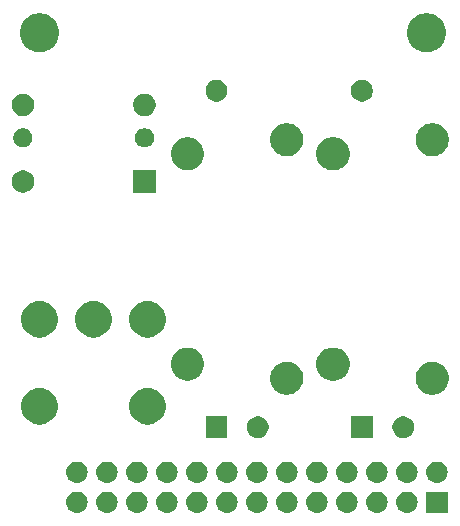
<source format=gbr>
G04 #@! TF.GenerationSoftware,KiCad,Pcbnew,(5.1.4)-1*
G04 #@! TF.CreationDate,2019-12-12T19:48:25+09:00*
G04 #@! TF.ProjectId,microcar_head,6d696372-6f63-4617-925f-686561642e6b,rev?*
G04 #@! TF.SameCoordinates,Original*
G04 #@! TF.FileFunction,Soldermask,Bot*
G04 #@! TF.FilePolarity,Negative*
%FSLAX46Y46*%
G04 Gerber Fmt 4.6, Leading zero omitted, Abs format (unit mm)*
G04 Created by KiCad (PCBNEW (5.1.4)-1) date 2019-12-12 19:48:25*
%MOMM*%
%LPD*%
G04 APERTURE LIST*
%ADD10C,0.100000*%
G04 APERTURE END LIST*
D10*
G36*
X70116000Y-64401000D02*
G01*
X68314000Y-64401000D01*
X68314000Y-62599000D01*
X70116000Y-62599000D01*
X70116000Y-64401000D01*
X70116000Y-64401000D01*
G37*
G36*
X61705442Y-62605518D02*
G01*
X61771627Y-62612037D01*
X61941466Y-62663557D01*
X62097991Y-62747222D01*
X62133729Y-62776552D01*
X62235186Y-62859814D01*
X62318448Y-62961271D01*
X62347778Y-62997009D01*
X62431443Y-63153534D01*
X62482963Y-63323373D01*
X62500359Y-63500000D01*
X62482963Y-63676627D01*
X62431443Y-63846466D01*
X62347778Y-64002991D01*
X62318448Y-64038729D01*
X62235186Y-64140186D01*
X62133729Y-64223448D01*
X62097991Y-64252778D01*
X61941466Y-64336443D01*
X61771627Y-64387963D01*
X61705442Y-64394482D01*
X61639260Y-64401000D01*
X61550740Y-64401000D01*
X61484558Y-64394482D01*
X61418373Y-64387963D01*
X61248534Y-64336443D01*
X61092009Y-64252778D01*
X61056271Y-64223448D01*
X60954814Y-64140186D01*
X60871552Y-64038729D01*
X60842222Y-64002991D01*
X60758557Y-63846466D01*
X60707037Y-63676627D01*
X60689641Y-63500000D01*
X60707037Y-63323373D01*
X60758557Y-63153534D01*
X60842222Y-62997009D01*
X60871552Y-62961271D01*
X60954814Y-62859814D01*
X61056271Y-62776552D01*
X61092009Y-62747222D01*
X61248534Y-62663557D01*
X61418373Y-62612037D01*
X61484558Y-62605518D01*
X61550740Y-62599000D01*
X61639260Y-62599000D01*
X61705442Y-62605518D01*
X61705442Y-62605518D01*
G37*
G36*
X66785442Y-62605518D02*
G01*
X66851627Y-62612037D01*
X67021466Y-62663557D01*
X67177991Y-62747222D01*
X67213729Y-62776552D01*
X67315186Y-62859814D01*
X67398448Y-62961271D01*
X67427778Y-62997009D01*
X67511443Y-63153534D01*
X67562963Y-63323373D01*
X67580359Y-63500000D01*
X67562963Y-63676627D01*
X67511443Y-63846466D01*
X67427778Y-64002991D01*
X67398448Y-64038729D01*
X67315186Y-64140186D01*
X67213729Y-64223448D01*
X67177991Y-64252778D01*
X67021466Y-64336443D01*
X66851627Y-64387963D01*
X66785442Y-64394482D01*
X66719260Y-64401000D01*
X66630740Y-64401000D01*
X66564558Y-64394482D01*
X66498373Y-64387963D01*
X66328534Y-64336443D01*
X66172009Y-64252778D01*
X66136271Y-64223448D01*
X66034814Y-64140186D01*
X65951552Y-64038729D01*
X65922222Y-64002991D01*
X65838557Y-63846466D01*
X65787037Y-63676627D01*
X65769641Y-63500000D01*
X65787037Y-63323373D01*
X65838557Y-63153534D01*
X65922222Y-62997009D01*
X65951552Y-62961271D01*
X66034814Y-62859814D01*
X66136271Y-62776552D01*
X66172009Y-62747222D01*
X66328534Y-62663557D01*
X66498373Y-62612037D01*
X66564558Y-62605518D01*
X66630740Y-62599000D01*
X66719260Y-62599000D01*
X66785442Y-62605518D01*
X66785442Y-62605518D01*
G37*
G36*
X64245442Y-62605518D02*
G01*
X64311627Y-62612037D01*
X64481466Y-62663557D01*
X64637991Y-62747222D01*
X64673729Y-62776552D01*
X64775186Y-62859814D01*
X64858448Y-62961271D01*
X64887778Y-62997009D01*
X64971443Y-63153534D01*
X65022963Y-63323373D01*
X65040359Y-63500000D01*
X65022963Y-63676627D01*
X64971443Y-63846466D01*
X64887778Y-64002991D01*
X64858448Y-64038729D01*
X64775186Y-64140186D01*
X64673729Y-64223448D01*
X64637991Y-64252778D01*
X64481466Y-64336443D01*
X64311627Y-64387963D01*
X64245442Y-64394482D01*
X64179260Y-64401000D01*
X64090740Y-64401000D01*
X64024558Y-64394482D01*
X63958373Y-64387963D01*
X63788534Y-64336443D01*
X63632009Y-64252778D01*
X63596271Y-64223448D01*
X63494814Y-64140186D01*
X63411552Y-64038729D01*
X63382222Y-64002991D01*
X63298557Y-63846466D01*
X63247037Y-63676627D01*
X63229641Y-63500000D01*
X63247037Y-63323373D01*
X63298557Y-63153534D01*
X63382222Y-62997009D01*
X63411552Y-62961271D01*
X63494814Y-62859814D01*
X63596271Y-62776552D01*
X63632009Y-62747222D01*
X63788534Y-62663557D01*
X63958373Y-62612037D01*
X64024558Y-62605518D01*
X64090740Y-62599000D01*
X64179260Y-62599000D01*
X64245442Y-62605518D01*
X64245442Y-62605518D01*
G37*
G36*
X59165442Y-62605518D02*
G01*
X59231627Y-62612037D01*
X59401466Y-62663557D01*
X59557991Y-62747222D01*
X59593729Y-62776552D01*
X59695186Y-62859814D01*
X59778448Y-62961271D01*
X59807778Y-62997009D01*
X59891443Y-63153534D01*
X59942963Y-63323373D01*
X59960359Y-63500000D01*
X59942963Y-63676627D01*
X59891443Y-63846466D01*
X59807778Y-64002991D01*
X59778448Y-64038729D01*
X59695186Y-64140186D01*
X59593729Y-64223448D01*
X59557991Y-64252778D01*
X59401466Y-64336443D01*
X59231627Y-64387963D01*
X59165442Y-64394482D01*
X59099260Y-64401000D01*
X59010740Y-64401000D01*
X58944558Y-64394482D01*
X58878373Y-64387963D01*
X58708534Y-64336443D01*
X58552009Y-64252778D01*
X58516271Y-64223448D01*
X58414814Y-64140186D01*
X58331552Y-64038729D01*
X58302222Y-64002991D01*
X58218557Y-63846466D01*
X58167037Y-63676627D01*
X58149641Y-63500000D01*
X58167037Y-63323373D01*
X58218557Y-63153534D01*
X58302222Y-62997009D01*
X58331552Y-62961271D01*
X58414814Y-62859814D01*
X58516271Y-62776552D01*
X58552009Y-62747222D01*
X58708534Y-62663557D01*
X58878373Y-62612037D01*
X58944558Y-62605518D01*
X59010740Y-62599000D01*
X59099260Y-62599000D01*
X59165442Y-62605518D01*
X59165442Y-62605518D01*
G37*
G36*
X56625442Y-62605518D02*
G01*
X56691627Y-62612037D01*
X56861466Y-62663557D01*
X57017991Y-62747222D01*
X57053729Y-62776552D01*
X57155186Y-62859814D01*
X57238448Y-62961271D01*
X57267778Y-62997009D01*
X57351443Y-63153534D01*
X57402963Y-63323373D01*
X57420359Y-63500000D01*
X57402963Y-63676627D01*
X57351443Y-63846466D01*
X57267778Y-64002991D01*
X57238448Y-64038729D01*
X57155186Y-64140186D01*
X57053729Y-64223448D01*
X57017991Y-64252778D01*
X56861466Y-64336443D01*
X56691627Y-64387963D01*
X56625442Y-64394482D01*
X56559260Y-64401000D01*
X56470740Y-64401000D01*
X56404558Y-64394482D01*
X56338373Y-64387963D01*
X56168534Y-64336443D01*
X56012009Y-64252778D01*
X55976271Y-64223448D01*
X55874814Y-64140186D01*
X55791552Y-64038729D01*
X55762222Y-64002991D01*
X55678557Y-63846466D01*
X55627037Y-63676627D01*
X55609641Y-63500000D01*
X55627037Y-63323373D01*
X55678557Y-63153534D01*
X55762222Y-62997009D01*
X55791552Y-62961271D01*
X55874814Y-62859814D01*
X55976271Y-62776552D01*
X56012009Y-62747222D01*
X56168534Y-62663557D01*
X56338373Y-62612037D01*
X56404558Y-62605518D01*
X56470740Y-62599000D01*
X56559260Y-62599000D01*
X56625442Y-62605518D01*
X56625442Y-62605518D01*
G37*
G36*
X54085442Y-62605518D02*
G01*
X54151627Y-62612037D01*
X54321466Y-62663557D01*
X54477991Y-62747222D01*
X54513729Y-62776552D01*
X54615186Y-62859814D01*
X54698448Y-62961271D01*
X54727778Y-62997009D01*
X54811443Y-63153534D01*
X54862963Y-63323373D01*
X54880359Y-63500000D01*
X54862963Y-63676627D01*
X54811443Y-63846466D01*
X54727778Y-64002991D01*
X54698448Y-64038729D01*
X54615186Y-64140186D01*
X54513729Y-64223448D01*
X54477991Y-64252778D01*
X54321466Y-64336443D01*
X54151627Y-64387963D01*
X54085442Y-64394482D01*
X54019260Y-64401000D01*
X53930740Y-64401000D01*
X53864558Y-64394482D01*
X53798373Y-64387963D01*
X53628534Y-64336443D01*
X53472009Y-64252778D01*
X53436271Y-64223448D01*
X53334814Y-64140186D01*
X53251552Y-64038729D01*
X53222222Y-64002991D01*
X53138557Y-63846466D01*
X53087037Y-63676627D01*
X53069641Y-63500000D01*
X53087037Y-63323373D01*
X53138557Y-63153534D01*
X53222222Y-62997009D01*
X53251552Y-62961271D01*
X53334814Y-62859814D01*
X53436271Y-62776552D01*
X53472009Y-62747222D01*
X53628534Y-62663557D01*
X53798373Y-62612037D01*
X53864558Y-62605518D01*
X53930740Y-62599000D01*
X54019260Y-62599000D01*
X54085442Y-62605518D01*
X54085442Y-62605518D01*
G37*
G36*
X51545442Y-62605518D02*
G01*
X51611627Y-62612037D01*
X51781466Y-62663557D01*
X51937991Y-62747222D01*
X51973729Y-62776552D01*
X52075186Y-62859814D01*
X52158448Y-62961271D01*
X52187778Y-62997009D01*
X52271443Y-63153534D01*
X52322963Y-63323373D01*
X52340359Y-63500000D01*
X52322963Y-63676627D01*
X52271443Y-63846466D01*
X52187778Y-64002991D01*
X52158448Y-64038729D01*
X52075186Y-64140186D01*
X51973729Y-64223448D01*
X51937991Y-64252778D01*
X51781466Y-64336443D01*
X51611627Y-64387963D01*
X51545442Y-64394482D01*
X51479260Y-64401000D01*
X51390740Y-64401000D01*
X51324558Y-64394482D01*
X51258373Y-64387963D01*
X51088534Y-64336443D01*
X50932009Y-64252778D01*
X50896271Y-64223448D01*
X50794814Y-64140186D01*
X50711552Y-64038729D01*
X50682222Y-64002991D01*
X50598557Y-63846466D01*
X50547037Y-63676627D01*
X50529641Y-63500000D01*
X50547037Y-63323373D01*
X50598557Y-63153534D01*
X50682222Y-62997009D01*
X50711552Y-62961271D01*
X50794814Y-62859814D01*
X50896271Y-62776552D01*
X50932009Y-62747222D01*
X51088534Y-62663557D01*
X51258373Y-62612037D01*
X51324558Y-62605518D01*
X51390740Y-62599000D01*
X51479260Y-62599000D01*
X51545442Y-62605518D01*
X51545442Y-62605518D01*
G37*
G36*
X49005442Y-62605518D02*
G01*
X49071627Y-62612037D01*
X49241466Y-62663557D01*
X49397991Y-62747222D01*
X49433729Y-62776552D01*
X49535186Y-62859814D01*
X49618448Y-62961271D01*
X49647778Y-62997009D01*
X49731443Y-63153534D01*
X49782963Y-63323373D01*
X49800359Y-63500000D01*
X49782963Y-63676627D01*
X49731443Y-63846466D01*
X49647778Y-64002991D01*
X49618448Y-64038729D01*
X49535186Y-64140186D01*
X49433729Y-64223448D01*
X49397991Y-64252778D01*
X49241466Y-64336443D01*
X49071627Y-64387963D01*
X49005442Y-64394482D01*
X48939260Y-64401000D01*
X48850740Y-64401000D01*
X48784558Y-64394482D01*
X48718373Y-64387963D01*
X48548534Y-64336443D01*
X48392009Y-64252778D01*
X48356271Y-64223448D01*
X48254814Y-64140186D01*
X48171552Y-64038729D01*
X48142222Y-64002991D01*
X48058557Y-63846466D01*
X48007037Y-63676627D01*
X47989641Y-63500000D01*
X48007037Y-63323373D01*
X48058557Y-63153534D01*
X48142222Y-62997009D01*
X48171552Y-62961271D01*
X48254814Y-62859814D01*
X48356271Y-62776552D01*
X48392009Y-62747222D01*
X48548534Y-62663557D01*
X48718373Y-62612037D01*
X48784558Y-62605518D01*
X48850740Y-62599000D01*
X48939260Y-62599000D01*
X49005442Y-62605518D01*
X49005442Y-62605518D01*
G37*
G36*
X46465442Y-62605518D02*
G01*
X46531627Y-62612037D01*
X46701466Y-62663557D01*
X46857991Y-62747222D01*
X46893729Y-62776552D01*
X46995186Y-62859814D01*
X47078448Y-62961271D01*
X47107778Y-62997009D01*
X47191443Y-63153534D01*
X47242963Y-63323373D01*
X47260359Y-63500000D01*
X47242963Y-63676627D01*
X47191443Y-63846466D01*
X47107778Y-64002991D01*
X47078448Y-64038729D01*
X46995186Y-64140186D01*
X46893729Y-64223448D01*
X46857991Y-64252778D01*
X46701466Y-64336443D01*
X46531627Y-64387963D01*
X46465442Y-64394482D01*
X46399260Y-64401000D01*
X46310740Y-64401000D01*
X46244558Y-64394482D01*
X46178373Y-64387963D01*
X46008534Y-64336443D01*
X45852009Y-64252778D01*
X45816271Y-64223448D01*
X45714814Y-64140186D01*
X45631552Y-64038729D01*
X45602222Y-64002991D01*
X45518557Y-63846466D01*
X45467037Y-63676627D01*
X45449641Y-63500000D01*
X45467037Y-63323373D01*
X45518557Y-63153534D01*
X45602222Y-62997009D01*
X45631552Y-62961271D01*
X45714814Y-62859814D01*
X45816271Y-62776552D01*
X45852009Y-62747222D01*
X46008534Y-62663557D01*
X46178373Y-62612037D01*
X46244558Y-62605518D01*
X46310740Y-62599000D01*
X46399260Y-62599000D01*
X46465442Y-62605518D01*
X46465442Y-62605518D01*
G37*
G36*
X43925442Y-62605518D02*
G01*
X43991627Y-62612037D01*
X44161466Y-62663557D01*
X44317991Y-62747222D01*
X44353729Y-62776552D01*
X44455186Y-62859814D01*
X44538448Y-62961271D01*
X44567778Y-62997009D01*
X44651443Y-63153534D01*
X44702963Y-63323373D01*
X44720359Y-63500000D01*
X44702963Y-63676627D01*
X44651443Y-63846466D01*
X44567778Y-64002991D01*
X44538448Y-64038729D01*
X44455186Y-64140186D01*
X44353729Y-64223448D01*
X44317991Y-64252778D01*
X44161466Y-64336443D01*
X43991627Y-64387963D01*
X43925442Y-64394482D01*
X43859260Y-64401000D01*
X43770740Y-64401000D01*
X43704558Y-64394482D01*
X43638373Y-64387963D01*
X43468534Y-64336443D01*
X43312009Y-64252778D01*
X43276271Y-64223448D01*
X43174814Y-64140186D01*
X43091552Y-64038729D01*
X43062222Y-64002991D01*
X42978557Y-63846466D01*
X42927037Y-63676627D01*
X42909641Y-63500000D01*
X42927037Y-63323373D01*
X42978557Y-63153534D01*
X43062222Y-62997009D01*
X43091552Y-62961271D01*
X43174814Y-62859814D01*
X43276271Y-62776552D01*
X43312009Y-62747222D01*
X43468534Y-62663557D01*
X43638373Y-62612037D01*
X43704558Y-62605518D01*
X43770740Y-62599000D01*
X43859260Y-62599000D01*
X43925442Y-62605518D01*
X43925442Y-62605518D01*
G37*
G36*
X41385442Y-62605518D02*
G01*
X41451627Y-62612037D01*
X41621466Y-62663557D01*
X41777991Y-62747222D01*
X41813729Y-62776552D01*
X41915186Y-62859814D01*
X41998448Y-62961271D01*
X42027778Y-62997009D01*
X42111443Y-63153534D01*
X42162963Y-63323373D01*
X42180359Y-63500000D01*
X42162963Y-63676627D01*
X42111443Y-63846466D01*
X42027778Y-64002991D01*
X41998448Y-64038729D01*
X41915186Y-64140186D01*
X41813729Y-64223448D01*
X41777991Y-64252778D01*
X41621466Y-64336443D01*
X41451627Y-64387963D01*
X41385442Y-64394482D01*
X41319260Y-64401000D01*
X41230740Y-64401000D01*
X41164558Y-64394482D01*
X41098373Y-64387963D01*
X40928534Y-64336443D01*
X40772009Y-64252778D01*
X40736271Y-64223448D01*
X40634814Y-64140186D01*
X40551552Y-64038729D01*
X40522222Y-64002991D01*
X40438557Y-63846466D01*
X40387037Y-63676627D01*
X40369641Y-63500000D01*
X40387037Y-63323373D01*
X40438557Y-63153534D01*
X40522222Y-62997009D01*
X40551552Y-62961271D01*
X40634814Y-62859814D01*
X40736271Y-62776552D01*
X40772009Y-62747222D01*
X40928534Y-62663557D01*
X41098373Y-62612037D01*
X41164558Y-62605518D01*
X41230740Y-62599000D01*
X41319260Y-62599000D01*
X41385442Y-62605518D01*
X41385442Y-62605518D01*
G37*
G36*
X38845442Y-62605518D02*
G01*
X38911627Y-62612037D01*
X39081466Y-62663557D01*
X39237991Y-62747222D01*
X39273729Y-62776552D01*
X39375186Y-62859814D01*
X39458448Y-62961271D01*
X39487778Y-62997009D01*
X39571443Y-63153534D01*
X39622963Y-63323373D01*
X39640359Y-63500000D01*
X39622963Y-63676627D01*
X39571443Y-63846466D01*
X39487778Y-64002991D01*
X39458448Y-64038729D01*
X39375186Y-64140186D01*
X39273729Y-64223448D01*
X39237991Y-64252778D01*
X39081466Y-64336443D01*
X38911627Y-64387963D01*
X38845442Y-64394482D01*
X38779260Y-64401000D01*
X38690740Y-64401000D01*
X38624558Y-64394482D01*
X38558373Y-64387963D01*
X38388534Y-64336443D01*
X38232009Y-64252778D01*
X38196271Y-64223448D01*
X38094814Y-64140186D01*
X38011552Y-64038729D01*
X37982222Y-64002991D01*
X37898557Y-63846466D01*
X37847037Y-63676627D01*
X37829641Y-63500000D01*
X37847037Y-63323373D01*
X37898557Y-63153534D01*
X37982222Y-62997009D01*
X38011552Y-62961271D01*
X38094814Y-62859814D01*
X38196271Y-62776552D01*
X38232009Y-62747222D01*
X38388534Y-62663557D01*
X38558373Y-62612037D01*
X38624558Y-62605518D01*
X38690740Y-62599000D01*
X38779260Y-62599000D01*
X38845442Y-62605518D01*
X38845442Y-62605518D01*
G37*
G36*
X43925442Y-60065518D02*
G01*
X43991627Y-60072037D01*
X44161466Y-60123557D01*
X44317991Y-60207222D01*
X44353729Y-60236552D01*
X44455186Y-60319814D01*
X44538448Y-60421271D01*
X44567778Y-60457009D01*
X44651443Y-60613534D01*
X44702963Y-60783373D01*
X44720359Y-60960000D01*
X44702963Y-61136627D01*
X44651443Y-61306466D01*
X44567778Y-61462991D01*
X44538448Y-61498729D01*
X44455186Y-61600186D01*
X44353729Y-61683448D01*
X44317991Y-61712778D01*
X44161466Y-61796443D01*
X43991627Y-61847963D01*
X43925443Y-61854481D01*
X43859260Y-61861000D01*
X43770740Y-61861000D01*
X43704557Y-61854481D01*
X43638373Y-61847963D01*
X43468534Y-61796443D01*
X43312009Y-61712778D01*
X43276271Y-61683448D01*
X43174814Y-61600186D01*
X43091552Y-61498729D01*
X43062222Y-61462991D01*
X42978557Y-61306466D01*
X42927037Y-61136627D01*
X42909641Y-60960000D01*
X42927037Y-60783373D01*
X42978557Y-60613534D01*
X43062222Y-60457009D01*
X43091552Y-60421271D01*
X43174814Y-60319814D01*
X43276271Y-60236552D01*
X43312009Y-60207222D01*
X43468534Y-60123557D01*
X43638373Y-60072037D01*
X43704558Y-60065518D01*
X43770740Y-60059000D01*
X43859260Y-60059000D01*
X43925442Y-60065518D01*
X43925442Y-60065518D01*
G37*
G36*
X69325442Y-60065518D02*
G01*
X69391627Y-60072037D01*
X69561466Y-60123557D01*
X69717991Y-60207222D01*
X69753729Y-60236552D01*
X69855186Y-60319814D01*
X69938448Y-60421271D01*
X69967778Y-60457009D01*
X70051443Y-60613534D01*
X70102963Y-60783373D01*
X70120359Y-60960000D01*
X70102963Y-61136627D01*
X70051443Y-61306466D01*
X69967778Y-61462991D01*
X69938448Y-61498729D01*
X69855186Y-61600186D01*
X69753729Y-61683448D01*
X69717991Y-61712778D01*
X69561466Y-61796443D01*
X69391627Y-61847963D01*
X69325443Y-61854481D01*
X69259260Y-61861000D01*
X69170740Y-61861000D01*
X69104557Y-61854481D01*
X69038373Y-61847963D01*
X68868534Y-61796443D01*
X68712009Y-61712778D01*
X68676271Y-61683448D01*
X68574814Y-61600186D01*
X68491552Y-61498729D01*
X68462222Y-61462991D01*
X68378557Y-61306466D01*
X68327037Y-61136627D01*
X68309641Y-60960000D01*
X68327037Y-60783373D01*
X68378557Y-60613534D01*
X68462222Y-60457009D01*
X68491552Y-60421271D01*
X68574814Y-60319814D01*
X68676271Y-60236552D01*
X68712009Y-60207222D01*
X68868534Y-60123557D01*
X69038373Y-60072037D01*
X69104558Y-60065518D01*
X69170740Y-60059000D01*
X69259260Y-60059000D01*
X69325442Y-60065518D01*
X69325442Y-60065518D01*
G37*
G36*
X66785442Y-60065518D02*
G01*
X66851627Y-60072037D01*
X67021466Y-60123557D01*
X67177991Y-60207222D01*
X67213729Y-60236552D01*
X67315186Y-60319814D01*
X67398448Y-60421271D01*
X67427778Y-60457009D01*
X67511443Y-60613534D01*
X67562963Y-60783373D01*
X67580359Y-60960000D01*
X67562963Y-61136627D01*
X67511443Y-61306466D01*
X67427778Y-61462991D01*
X67398448Y-61498729D01*
X67315186Y-61600186D01*
X67213729Y-61683448D01*
X67177991Y-61712778D01*
X67021466Y-61796443D01*
X66851627Y-61847963D01*
X66785443Y-61854481D01*
X66719260Y-61861000D01*
X66630740Y-61861000D01*
X66564557Y-61854481D01*
X66498373Y-61847963D01*
X66328534Y-61796443D01*
X66172009Y-61712778D01*
X66136271Y-61683448D01*
X66034814Y-61600186D01*
X65951552Y-61498729D01*
X65922222Y-61462991D01*
X65838557Y-61306466D01*
X65787037Y-61136627D01*
X65769641Y-60960000D01*
X65787037Y-60783373D01*
X65838557Y-60613534D01*
X65922222Y-60457009D01*
X65951552Y-60421271D01*
X66034814Y-60319814D01*
X66136271Y-60236552D01*
X66172009Y-60207222D01*
X66328534Y-60123557D01*
X66498373Y-60072037D01*
X66564558Y-60065518D01*
X66630740Y-60059000D01*
X66719260Y-60059000D01*
X66785442Y-60065518D01*
X66785442Y-60065518D01*
G37*
G36*
X64245442Y-60065518D02*
G01*
X64311627Y-60072037D01*
X64481466Y-60123557D01*
X64637991Y-60207222D01*
X64673729Y-60236552D01*
X64775186Y-60319814D01*
X64858448Y-60421271D01*
X64887778Y-60457009D01*
X64971443Y-60613534D01*
X65022963Y-60783373D01*
X65040359Y-60960000D01*
X65022963Y-61136627D01*
X64971443Y-61306466D01*
X64887778Y-61462991D01*
X64858448Y-61498729D01*
X64775186Y-61600186D01*
X64673729Y-61683448D01*
X64637991Y-61712778D01*
X64481466Y-61796443D01*
X64311627Y-61847963D01*
X64245443Y-61854481D01*
X64179260Y-61861000D01*
X64090740Y-61861000D01*
X64024557Y-61854481D01*
X63958373Y-61847963D01*
X63788534Y-61796443D01*
X63632009Y-61712778D01*
X63596271Y-61683448D01*
X63494814Y-61600186D01*
X63411552Y-61498729D01*
X63382222Y-61462991D01*
X63298557Y-61306466D01*
X63247037Y-61136627D01*
X63229641Y-60960000D01*
X63247037Y-60783373D01*
X63298557Y-60613534D01*
X63382222Y-60457009D01*
X63411552Y-60421271D01*
X63494814Y-60319814D01*
X63596271Y-60236552D01*
X63632009Y-60207222D01*
X63788534Y-60123557D01*
X63958373Y-60072037D01*
X64024558Y-60065518D01*
X64090740Y-60059000D01*
X64179260Y-60059000D01*
X64245442Y-60065518D01*
X64245442Y-60065518D01*
G37*
G36*
X38845442Y-60065518D02*
G01*
X38911627Y-60072037D01*
X39081466Y-60123557D01*
X39237991Y-60207222D01*
X39273729Y-60236552D01*
X39375186Y-60319814D01*
X39458448Y-60421271D01*
X39487778Y-60457009D01*
X39571443Y-60613534D01*
X39622963Y-60783373D01*
X39640359Y-60960000D01*
X39622963Y-61136627D01*
X39571443Y-61306466D01*
X39487778Y-61462991D01*
X39458448Y-61498729D01*
X39375186Y-61600186D01*
X39273729Y-61683448D01*
X39237991Y-61712778D01*
X39081466Y-61796443D01*
X38911627Y-61847963D01*
X38845443Y-61854481D01*
X38779260Y-61861000D01*
X38690740Y-61861000D01*
X38624557Y-61854481D01*
X38558373Y-61847963D01*
X38388534Y-61796443D01*
X38232009Y-61712778D01*
X38196271Y-61683448D01*
X38094814Y-61600186D01*
X38011552Y-61498729D01*
X37982222Y-61462991D01*
X37898557Y-61306466D01*
X37847037Y-61136627D01*
X37829641Y-60960000D01*
X37847037Y-60783373D01*
X37898557Y-60613534D01*
X37982222Y-60457009D01*
X38011552Y-60421271D01*
X38094814Y-60319814D01*
X38196271Y-60236552D01*
X38232009Y-60207222D01*
X38388534Y-60123557D01*
X38558373Y-60072037D01*
X38624558Y-60065518D01*
X38690740Y-60059000D01*
X38779260Y-60059000D01*
X38845442Y-60065518D01*
X38845442Y-60065518D01*
G37*
G36*
X61705442Y-60065518D02*
G01*
X61771627Y-60072037D01*
X61941466Y-60123557D01*
X62097991Y-60207222D01*
X62133729Y-60236552D01*
X62235186Y-60319814D01*
X62318448Y-60421271D01*
X62347778Y-60457009D01*
X62431443Y-60613534D01*
X62482963Y-60783373D01*
X62500359Y-60960000D01*
X62482963Y-61136627D01*
X62431443Y-61306466D01*
X62347778Y-61462991D01*
X62318448Y-61498729D01*
X62235186Y-61600186D01*
X62133729Y-61683448D01*
X62097991Y-61712778D01*
X61941466Y-61796443D01*
X61771627Y-61847963D01*
X61705443Y-61854481D01*
X61639260Y-61861000D01*
X61550740Y-61861000D01*
X61484557Y-61854481D01*
X61418373Y-61847963D01*
X61248534Y-61796443D01*
X61092009Y-61712778D01*
X61056271Y-61683448D01*
X60954814Y-61600186D01*
X60871552Y-61498729D01*
X60842222Y-61462991D01*
X60758557Y-61306466D01*
X60707037Y-61136627D01*
X60689641Y-60960000D01*
X60707037Y-60783373D01*
X60758557Y-60613534D01*
X60842222Y-60457009D01*
X60871552Y-60421271D01*
X60954814Y-60319814D01*
X61056271Y-60236552D01*
X61092009Y-60207222D01*
X61248534Y-60123557D01*
X61418373Y-60072037D01*
X61484558Y-60065518D01*
X61550740Y-60059000D01*
X61639260Y-60059000D01*
X61705442Y-60065518D01*
X61705442Y-60065518D01*
G37*
G36*
X59165442Y-60065518D02*
G01*
X59231627Y-60072037D01*
X59401466Y-60123557D01*
X59557991Y-60207222D01*
X59593729Y-60236552D01*
X59695186Y-60319814D01*
X59778448Y-60421271D01*
X59807778Y-60457009D01*
X59891443Y-60613534D01*
X59942963Y-60783373D01*
X59960359Y-60960000D01*
X59942963Y-61136627D01*
X59891443Y-61306466D01*
X59807778Y-61462991D01*
X59778448Y-61498729D01*
X59695186Y-61600186D01*
X59593729Y-61683448D01*
X59557991Y-61712778D01*
X59401466Y-61796443D01*
X59231627Y-61847963D01*
X59165443Y-61854481D01*
X59099260Y-61861000D01*
X59010740Y-61861000D01*
X58944557Y-61854481D01*
X58878373Y-61847963D01*
X58708534Y-61796443D01*
X58552009Y-61712778D01*
X58516271Y-61683448D01*
X58414814Y-61600186D01*
X58331552Y-61498729D01*
X58302222Y-61462991D01*
X58218557Y-61306466D01*
X58167037Y-61136627D01*
X58149641Y-60960000D01*
X58167037Y-60783373D01*
X58218557Y-60613534D01*
X58302222Y-60457009D01*
X58331552Y-60421271D01*
X58414814Y-60319814D01*
X58516271Y-60236552D01*
X58552009Y-60207222D01*
X58708534Y-60123557D01*
X58878373Y-60072037D01*
X58944558Y-60065518D01*
X59010740Y-60059000D01*
X59099260Y-60059000D01*
X59165442Y-60065518D01*
X59165442Y-60065518D01*
G37*
G36*
X56625442Y-60065518D02*
G01*
X56691627Y-60072037D01*
X56861466Y-60123557D01*
X57017991Y-60207222D01*
X57053729Y-60236552D01*
X57155186Y-60319814D01*
X57238448Y-60421271D01*
X57267778Y-60457009D01*
X57351443Y-60613534D01*
X57402963Y-60783373D01*
X57420359Y-60960000D01*
X57402963Y-61136627D01*
X57351443Y-61306466D01*
X57267778Y-61462991D01*
X57238448Y-61498729D01*
X57155186Y-61600186D01*
X57053729Y-61683448D01*
X57017991Y-61712778D01*
X56861466Y-61796443D01*
X56691627Y-61847963D01*
X56625443Y-61854481D01*
X56559260Y-61861000D01*
X56470740Y-61861000D01*
X56404557Y-61854481D01*
X56338373Y-61847963D01*
X56168534Y-61796443D01*
X56012009Y-61712778D01*
X55976271Y-61683448D01*
X55874814Y-61600186D01*
X55791552Y-61498729D01*
X55762222Y-61462991D01*
X55678557Y-61306466D01*
X55627037Y-61136627D01*
X55609641Y-60960000D01*
X55627037Y-60783373D01*
X55678557Y-60613534D01*
X55762222Y-60457009D01*
X55791552Y-60421271D01*
X55874814Y-60319814D01*
X55976271Y-60236552D01*
X56012009Y-60207222D01*
X56168534Y-60123557D01*
X56338373Y-60072037D01*
X56404558Y-60065518D01*
X56470740Y-60059000D01*
X56559260Y-60059000D01*
X56625442Y-60065518D01*
X56625442Y-60065518D01*
G37*
G36*
X51545442Y-60065518D02*
G01*
X51611627Y-60072037D01*
X51781466Y-60123557D01*
X51937991Y-60207222D01*
X51973729Y-60236552D01*
X52075186Y-60319814D01*
X52158448Y-60421271D01*
X52187778Y-60457009D01*
X52271443Y-60613534D01*
X52322963Y-60783373D01*
X52340359Y-60960000D01*
X52322963Y-61136627D01*
X52271443Y-61306466D01*
X52187778Y-61462991D01*
X52158448Y-61498729D01*
X52075186Y-61600186D01*
X51973729Y-61683448D01*
X51937991Y-61712778D01*
X51781466Y-61796443D01*
X51611627Y-61847963D01*
X51545443Y-61854481D01*
X51479260Y-61861000D01*
X51390740Y-61861000D01*
X51324557Y-61854481D01*
X51258373Y-61847963D01*
X51088534Y-61796443D01*
X50932009Y-61712778D01*
X50896271Y-61683448D01*
X50794814Y-61600186D01*
X50711552Y-61498729D01*
X50682222Y-61462991D01*
X50598557Y-61306466D01*
X50547037Y-61136627D01*
X50529641Y-60960000D01*
X50547037Y-60783373D01*
X50598557Y-60613534D01*
X50682222Y-60457009D01*
X50711552Y-60421271D01*
X50794814Y-60319814D01*
X50896271Y-60236552D01*
X50932009Y-60207222D01*
X51088534Y-60123557D01*
X51258373Y-60072037D01*
X51324558Y-60065518D01*
X51390740Y-60059000D01*
X51479260Y-60059000D01*
X51545442Y-60065518D01*
X51545442Y-60065518D01*
G37*
G36*
X49005442Y-60065518D02*
G01*
X49071627Y-60072037D01*
X49241466Y-60123557D01*
X49397991Y-60207222D01*
X49433729Y-60236552D01*
X49535186Y-60319814D01*
X49618448Y-60421271D01*
X49647778Y-60457009D01*
X49731443Y-60613534D01*
X49782963Y-60783373D01*
X49800359Y-60960000D01*
X49782963Y-61136627D01*
X49731443Y-61306466D01*
X49647778Y-61462991D01*
X49618448Y-61498729D01*
X49535186Y-61600186D01*
X49433729Y-61683448D01*
X49397991Y-61712778D01*
X49241466Y-61796443D01*
X49071627Y-61847963D01*
X49005443Y-61854481D01*
X48939260Y-61861000D01*
X48850740Y-61861000D01*
X48784557Y-61854481D01*
X48718373Y-61847963D01*
X48548534Y-61796443D01*
X48392009Y-61712778D01*
X48356271Y-61683448D01*
X48254814Y-61600186D01*
X48171552Y-61498729D01*
X48142222Y-61462991D01*
X48058557Y-61306466D01*
X48007037Y-61136627D01*
X47989641Y-60960000D01*
X48007037Y-60783373D01*
X48058557Y-60613534D01*
X48142222Y-60457009D01*
X48171552Y-60421271D01*
X48254814Y-60319814D01*
X48356271Y-60236552D01*
X48392009Y-60207222D01*
X48548534Y-60123557D01*
X48718373Y-60072037D01*
X48784558Y-60065518D01*
X48850740Y-60059000D01*
X48939260Y-60059000D01*
X49005442Y-60065518D01*
X49005442Y-60065518D01*
G37*
G36*
X41385442Y-60065518D02*
G01*
X41451627Y-60072037D01*
X41621466Y-60123557D01*
X41777991Y-60207222D01*
X41813729Y-60236552D01*
X41915186Y-60319814D01*
X41998448Y-60421271D01*
X42027778Y-60457009D01*
X42111443Y-60613534D01*
X42162963Y-60783373D01*
X42180359Y-60960000D01*
X42162963Y-61136627D01*
X42111443Y-61306466D01*
X42027778Y-61462991D01*
X41998448Y-61498729D01*
X41915186Y-61600186D01*
X41813729Y-61683448D01*
X41777991Y-61712778D01*
X41621466Y-61796443D01*
X41451627Y-61847963D01*
X41385443Y-61854481D01*
X41319260Y-61861000D01*
X41230740Y-61861000D01*
X41164557Y-61854481D01*
X41098373Y-61847963D01*
X40928534Y-61796443D01*
X40772009Y-61712778D01*
X40736271Y-61683448D01*
X40634814Y-61600186D01*
X40551552Y-61498729D01*
X40522222Y-61462991D01*
X40438557Y-61306466D01*
X40387037Y-61136627D01*
X40369641Y-60960000D01*
X40387037Y-60783373D01*
X40438557Y-60613534D01*
X40522222Y-60457009D01*
X40551552Y-60421271D01*
X40634814Y-60319814D01*
X40736271Y-60236552D01*
X40772009Y-60207222D01*
X40928534Y-60123557D01*
X41098373Y-60072037D01*
X41164558Y-60065518D01*
X41230740Y-60059000D01*
X41319260Y-60059000D01*
X41385442Y-60065518D01*
X41385442Y-60065518D01*
G37*
G36*
X46465442Y-60065518D02*
G01*
X46531627Y-60072037D01*
X46701466Y-60123557D01*
X46857991Y-60207222D01*
X46893729Y-60236552D01*
X46995186Y-60319814D01*
X47078448Y-60421271D01*
X47107778Y-60457009D01*
X47191443Y-60613534D01*
X47242963Y-60783373D01*
X47260359Y-60960000D01*
X47242963Y-61136627D01*
X47191443Y-61306466D01*
X47107778Y-61462991D01*
X47078448Y-61498729D01*
X46995186Y-61600186D01*
X46893729Y-61683448D01*
X46857991Y-61712778D01*
X46701466Y-61796443D01*
X46531627Y-61847963D01*
X46465443Y-61854481D01*
X46399260Y-61861000D01*
X46310740Y-61861000D01*
X46244557Y-61854481D01*
X46178373Y-61847963D01*
X46008534Y-61796443D01*
X45852009Y-61712778D01*
X45816271Y-61683448D01*
X45714814Y-61600186D01*
X45631552Y-61498729D01*
X45602222Y-61462991D01*
X45518557Y-61306466D01*
X45467037Y-61136627D01*
X45449641Y-60960000D01*
X45467037Y-60783373D01*
X45518557Y-60613534D01*
X45602222Y-60457009D01*
X45631552Y-60421271D01*
X45714814Y-60319814D01*
X45816271Y-60236552D01*
X45852009Y-60207222D01*
X46008534Y-60123557D01*
X46178373Y-60072037D01*
X46244558Y-60065518D01*
X46310740Y-60059000D01*
X46399260Y-60059000D01*
X46465442Y-60065518D01*
X46465442Y-60065518D01*
G37*
G36*
X54085442Y-60065518D02*
G01*
X54151627Y-60072037D01*
X54321466Y-60123557D01*
X54477991Y-60207222D01*
X54513729Y-60236552D01*
X54615186Y-60319814D01*
X54698448Y-60421271D01*
X54727778Y-60457009D01*
X54811443Y-60613534D01*
X54862963Y-60783373D01*
X54880359Y-60960000D01*
X54862963Y-61136627D01*
X54811443Y-61306466D01*
X54727778Y-61462991D01*
X54698448Y-61498729D01*
X54615186Y-61600186D01*
X54513729Y-61683448D01*
X54477991Y-61712778D01*
X54321466Y-61796443D01*
X54151627Y-61847963D01*
X54085443Y-61854481D01*
X54019260Y-61861000D01*
X53930740Y-61861000D01*
X53864557Y-61854481D01*
X53798373Y-61847963D01*
X53628534Y-61796443D01*
X53472009Y-61712778D01*
X53436271Y-61683448D01*
X53334814Y-61600186D01*
X53251552Y-61498729D01*
X53222222Y-61462991D01*
X53138557Y-61306466D01*
X53087037Y-61136627D01*
X53069641Y-60960000D01*
X53087037Y-60783373D01*
X53138557Y-60613534D01*
X53222222Y-60457009D01*
X53251552Y-60421271D01*
X53334814Y-60319814D01*
X53436271Y-60236552D01*
X53472009Y-60207222D01*
X53628534Y-60123557D01*
X53798373Y-60072037D01*
X53864558Y-60065518D01*
X53930740Y-60059000D01*
X54019260Y-60059000D01*
X54085442Y-60065518D01*
X54085442Y-60065518D01*
G37*
G36*
X51472000Y-58076000D02*
G01*
X49620000Y-58076000D01*
X49620000Y-56224000D01*
X51472000Y-56224000D01*
X51472000Y-58076000D01*
X51472000Y-58076000D01*
G37*
G36*
X54316104Y-56259585D02*
G01*
X54484626Y-56329389D01*
X54636291Y-56430728D01*
X54765272Y-56559709D01*
X54866611Y-56711374D01*
X54936415Y-56879896D01*
X54972000Y-57058797D01*
X54972000Y-57241203D01*
X54936415Y-57420104D01*
X54866611Y-57588626D01*
X54765272Y-57740291D01*
X54636291Y-57869272D01*
X54484626Y-57970611D01*
X54316104Y-58040415D01*
X54137203Y-58076000D01*
X53954797Y-58076000D01*
X53775896Y-58040415D01*
X53607374Y-57970611D01*
X53455709Y-57869272D01*
X53326728Y-57740291D01*
X53225389Y-57588626D01*
X53155585Y-57420104D01*
X53120000Y-57241203D01*
X53120000Y-57058797D01*
X53155585Y-56879896D01*
X53225389Y-56711374D01*
X53326728Y-56559709D01*
X53455709Y-56430728D01*
X53607374Y-56329389D01*
X53775896Y-56259585D01*
X53954797Y-56224000D01*
X54137203Y-56224000D01*
X54316104Y-56259585D01*
X54316104Y-56259585D01*
G37*
G36*
X66635104Y-56259585D02*
G01*
X66803626Y-56329389D01*
X66955291Y-56430728D01*
X67084272Y-56559709D01*
X67185611Y-56711374D01*
X67255415Y-56879896D01*
X67291000Y-57058797D01*
X67291000Y-57241203D01*
X67255415Y-57420104D01*
X67185611Y-57588626D01*
X67084272Y-57740291D01*
X66955291Y-57869272D01*
X66803626Y-57970611D01*
X66635104Y-58040415D01*
X66456203Y-58076000D01*
X66273797Y-58076000D01*
X66094896Y-58040415D01*
X65926374Y-57970611D01*
X65774709Y-57869272D01*
X65645728Y-57740291D01*
X65544389Y-57588626D01*
X65474585Y-57420104D01*
X65439000Y-57241203D01*
X65439000Y-57058797D01*
X65474585Y-56879896D01*
X65544389Y-56711374D01*
X65645728Y-56559709D01*
X65774709Y-56430728D01*
X65926374Y-56329389D01*
X66094896Y-56259585D01*
X66273797Y-56224000D01*
X66456203Y-56224000D01*
X66635104Y-56259585D01*
X66635104Y-56259585D01*
G37*
G36*
X63791000Y-58076000D02*
G01*
X61939000Y-58076000D01*
X61939000Y-56224000D01*
X63791000Y-56224000D01*
X63791000Y-58076000D01*
X63791000Y-58076000D01*
G37*
G36*
X35862585Y-53850802D02*
G01*
X36012410Y-53880604D01*
X36294674Y-53997521D01*
X36548705Y-54167259D01*
X36764741Y-54383295D01*
X36934479Y-54637326D01*
X37051396Y-54919590D01*
X37111000Y-55219240D01*
X37111000Y-55524760D01*
X37051396Y-55824410D01*
X36934479Y-56106674D01*
X36764741Y-56360705D01*
X36548705Y-56576741D01*
X36294674Y-56746479D01*
X36012410Y-56863396D01*
X35862585Y-56893198D01*
X35712761Y-56923000D01*
X35407239Y-56923000D01*
X35257415Y-56893198D01*
X35107590Y-56863396D01*
X34825326Y-56746479D01*
X34571295Y-56576741D01*
X34355259Y-56360705D01*
X34185521Y-56106674D01*
X34068604Y-55824410D01*
X34009000Y-55524760D01*
X34009000Y-55219240D01*
X34068604Y-54919590D01*
X34185521Y-54637326D01*
X34355259Y-54383295D01*
X34571295Y-54167259D01*
X34825326Y-53997521D01*
X35107590Y-53880604D01*
X35257415Y-53850802D01*
X35407239Y-53821000D01*
X35712761Y-53821000D01*
X35862585Y-53850802D01*
X35862585Y-53850802D01*
G37*
G36*
X45006585Y-53850802D02*
G01*
X45156410Y-53880604D01*
X45438674Y-53997521D01*
X45692705Y-54167259D01*
X45908741Y-54383295D01*
X46078479Y-54637326D01*
X46195396Y-54919590D01*
X46255000Y-55219240D01*
X46255000Y-55524760D01*
X46195396Y-55824410D01*
X46078479Y-56106674D01*
X45908741Y-56360705D01*
X45692705Y-56576741D01*
X45438674Y-56746479D01*
X45156410Y-56863396D01*
X45006585Y-56893198D01*
X44856761Y-56923000D01*
X44551239Y-56923000D01*
X44401415Y-56893198D01*
X44251590Y-56863396D01*
X43969326Y-56746479D01*
X43715295Y-56576741D01*
X43499259Y-56360705D01*
X43329521Y-56106674D01*
X43212604Y-55824410D01*
X43153000Y-55524760D01*
X43153000Y-55219240D01*
X43212604Y-54919590D01*
X43329521Y-54637326D01*
X43499259Y-54383295D01*
X43715295Y-54167259D01*
X43969326Y-53997521D01*
X44251590Y-53880604D01*
X44401415Y-53850802D01*
X44551239Y-53821000D01*
X44856761Y-53821000D01*
X45006585Y-53850802D01*
X45006585Y-53850802D01*
G37*
G36*
X69133433Y-51634893D02*
G01*
X69223657Y-51652839D01*
X69329267Y-51696585D01*
X69478621Y-51758449D01*
X69478622Y-51758450D01*
X69708086Y-51911772D01*
X69903228Y-52106914D01*
X69971209Y-52208656D01*
X70056551Y-52336379D01*
X70162161Y-52591344D01*
X70216000Y-52862012D01*
X70216000Y-53137988D01*
X70162161Y-53408656D01*
X70056551Y-53663621D01*
X70056550Y-53663622D01*
X69903228Y-53893086D01*
X69708086Y-54088228D01*
X69554763Y-54190675D01*
X69478621Y-54241551D01*
X69329267Y-54303415D01*
X69223657Y-54347161D01*
X69133433Y-54365107D01*
X68952988Y-54401000D01*
X68677012Y-54401000D01*
X68496567Y-54365107D01*
X68406343Y-54347161D01*
X68300733Y-54303415D01*
X68151379Y-54241551D01*
X68075237Y-54190675D01*
X67921914Y-54088228D01*
X67726772Y-53893086D01*
X67573450Y-53663622D01*
X67573449Y-53663621D01*
X67467839Y-53408656D01*
X67414000Y-53137988D01*
X67414000Y-52862012D01*
X67467839Y-52591344D01*
X67573449Y-52336379D01*
X67658791Y-52208656D01*
X67726772Y-52106914D01*
X67921914Y-51911772D01*
X68151378Y-51758450D01*
X68151379Y-51758449D01*
X68300733Y-51696585D01*
X68406343Y-51652839D01*
X68496567Y-51634893D01*
X68677012Y-51599000D01*
X68952988Y-51599000D01*
X69133433Y-51634893D01*
X69133433Y-51634893D01*
G37*
G36*
X56814433Y-51634893D02*
G01*
X56904657Y-51652839D01*
X57010267Y-51696585D01*
X57159621Y-51758449D01*
X57159622Y-51758450D01*
X57389086Y-51911772D01*
X57584228Y-52106914D01*
X57652209Y-52208656D01*
X57737551Y-52336379D01*
X57843161Y-52591344D01*
X57897000Y-52862012D01*
X57897000Y-53137988D01*
X57843161Y-53408656D01*
X57737551Y-53663621D01*
X57737550Y-53663622D01*
X57584228Y-53893086D01*
X57389086Y-54088228D01*
X57235763Y-54190675D01*
X57159621Y-54241551D01*
X57010267Y-54303415D01*
X56904657Y-54347161D01*
X56814433Y-54365107D01*
X56633988Y-54401000D01*
X56358012Y-54401000D01*
X56177567Y-54365107D01*
X56087343Y-54347161D01*
X55981733Y-54303415D01*
X55832379Y-54241551D01*
X55756237Y-54190675D01*
X55602914Y-54088228D01*
X55407772Y-53893086D01*
X55254450Y-53663622D01*
X55254449Y-53663621D01*
X55148839Y-53408656D01*
X55095000Y-53137988D01*
X55095000Y-52862012D01*
X55148839Y-52591344D01*
X55254449Y-52336379D01*
X55339791Y-52208656D01*
X55407772Y-52106914D01*
X55602914Y-51911772D01*
X55832378Y-51758450D01*
X55832379Y-51758449D01*
X55981733Y-51696585D01*
X56087343Y-51652839D01*
X56177567Y-51634893D01*
X56358012Y-51599000D01*
X56633988Y-51599000D01*
X56814433Y-51634893D01*
X56814433Y-51634893D01*
G37*
G36*
X48414433Y-50434893D02*
G01*
X48504657Y-50452839D01*
X48610267Y-50496585D01*
X48759621Y-50558449D01*
X48759622Y-50558450D01*
X48989086Y-50711772D01*
X49184228Y-50906914D01*
X49286675Y-51060237D01*
X49337551Y-51136379D01*
X49443161Y-51391344D01*
X49497000Y-51662012D01*
X49497000Y-51937988D01*
X49443161Y-52208656D01*
X49337551Y-52463621D01*
X49337550Y-52463622D01*
X49184228Y-52693086D01*
X48989086Y-52888228D01*
X48835763Y-52990675D01*
X48759621Y-53041551D01*
X48610267Y-53103415D01*
X48504657Y-53147161D01*
X48414433Y-53165107D01*
X48233988Y-53201000D01*
X47958012Y-53201000D01*
X47777567Y-53165107D01*
X47687343Y-53147161D01*
X47581733Y-53103415D01*
X47432379Y-53041551D01*
X47356237Y-52990675D01*
X47202914Y-52888228D01*
X47007772Y-52693086D01*
X46854450Y-52463622D01*
X46854449Y-52463621D01*
X46748839Y-52208656D01*
X46695000Y-51937988D01*
X46695000Y-51662012D01*
X46748839Y-51391344D01*
X46854449Y-51136379D01*
X46905325Y-51060237D01*
X47007772Y-50906914D01*
X47202914Y-50711772D01*
X47432378Y-50558450D01*
X47432379Y-50558449D01*
X47581733Y-50496585D01*
X47687343Y-50452839D01*
X47777567Y-50434893D01*
X47958012Y-50399000D01*
X48233988Y-50399000D01*
X48414433Y-50434893D01*
X48414433Y-50434893D01*
G37*
G36*
X60733433Y-50434893D02*
G01*
X60823657Y-50452839D01*
X60929267Y-50496585D01*
X61078621Y-50558449D01*
X61078622Y-50558450D01*
X61308086Y-50711772D01*
X61503228Y-50906914D01*
X61605675Y-51060237D01*
X61656551Y-51136379D01*
X61762161Y-51391344D01*
X61816000Y-51662012D01*
X61816000Y-51937988D01*
X61762161Y-52208656D01*
X61656551Y-52463621D01*
X61656550Y-52463622D01*
X61503228Y-52693086D01*
X61308086Y-52888228D01*
X61154763Y-52990675D01*
X61078621Y-53041551D01*
X60929267Y-53103415D01*
X60823657Y-53147161D01*
X60733433Y-53165107D01*
X60552988Y-53201000D01*
X60277012Y-53201000D01*
X60096567Y-53165107D01*
X60006343Y-53147161D01*
X59900733Y-53103415D01*
X59751379Y-53041551D01*
X59675237Y-52990675D01*
X59521914Y-52888228D01*
X59326772Y-52693086D01*
X59173450Y-52463622D01*
X59173449Y-52463621D01*
X59067839Y-52208656D01*
X59014000Y-51937988D01*
X59014000Y-51662012D01*
X59067839Y-51391344D01*
X59173449Y-51136379D01*
X59224325Y-51060237D01*
X59326772Y-50906914D01*
X59521914Y-50711772D01*
X59751378Y-50558450D01*
X59751379Y-50558449D01*
X59900733Y-50496585D01*
X60006343Y-50452839D01*
X60096567Y-50434893D01*
X60277012Y-50399000D01*
X60552988Y-50399000D01*
X60733433Y-50434893D01*
X60733433Y-50434893D01*
G37*
G36*
X45006585Y-46484802D02*
G01*
X45156410Y-46514604D01*
X45438674Y-46631521D01*
X45692705Y-46801259D01*
X45908741Y-47017295D01*
X46078479Y-47271326D01*
X46195396Y-47553590D01*
X46255000Y-47853240D01*
X46255000Y-48158760D01*
X46195396Y-48458410D01*
X46078479Y-48740674D01*
X45908741Y-48994705D01*
X45692705Y-49210741D01*
X45438674Y-49380479D01*
X45156410Y-49497396D01*
X45006585Y-49527198D01*
X44856761Y-49557000D01*
X44551239Y-49557000D01*
X44401415Y-49527198D01*
X44251590Y-49497396D01*
X43969326Y-49380479D01*
X43715295Y-49210741D01*
X43499259Y-48994705D01*
X43329521Y-48740674D01*
X43212604Y-48458410D01*
X43153000Y-48158760D01*
X43153000Y-47853240D01*
X43212604Y-47553590D01*
X43329521Y-47271326D01*
X43499259Y-47017295D01*
X43715295Y-46801259D01*
X43969326Y-46631521D01*
X44251590Y-46514604D01*
X44401415Y-46484802D01*
X44551239Y-46455000D01*
X44856761Y-46455000D01*
X45006585Y-46484802D01*
X45006585Y-46484802D01*
G37*
G36*
X35862585Y-46484802D02*
G01*
X36012410Y-46514604D01*
X36294674Y-46631521D01*
X36548705Y-46801259D01*
X36764741Y-47017295D01*
X36934479Y-47271326D01*
X37051396Y-47553590D01*
X37111000Y-47853240D01*
X37111000Y-48158760D01*
X37051396Y-48458410D01*
X36934479Y-48740674D01*
X36764741Y-48994705D01*
X36548705Y-49210741D01*
X36294674Y-49380479D01*
X36012410Y-49497396D01*
X35862585Y-49527198D01*
X35712761Y-49557000D01*
X35407239Y-49557000D01*
X35257415Y-49527198D01*
X35107590Y-49497396D01*
X34825326Y-49380479D01*
X34571295Y-49210741D01*
X34355259Y-48994705D01*
X34185521Y-48740674D01*
X34068604Y-48458410D01*
X34009000Y-48158760D01*
X34009000Y-47853240D01*
X34068604Y-47553590D01*
X34185521Y-47271326D01*
X34355259Y-47017295D01*
X34571295Y-46801259D01*
X34825326Y-46631521D01*
X35107590Y-46514604D01*
X35257415Y-46484802D01*
X35407239Y-46455000D01*
X35712761Y-46455000D01*
X35862585Y-46484802D01*
X35862585Y-46484802D01*
G37*
G36*
X40434585Y-46484802D02*
G01*
X40584410Y-46514604D01*
X40866674Y-46631521D01*
X41120705Y-46801259D01*
X41336741Y-47017295D01*
X41506479Y-47271326D01*
X41623396Y-47553590D01*
X41683000Y-47853240D01*
X41683000Y-48158760D01*
X41623396Y-48458410D01*
X41506479Y-48740674D01*
X41336741Y-48994705D01*
X41120705Y-49210741D01*
X40866674Y-49380479D01*
X40584410Y-49497396D01*
X40434585Y-49527198D01*
X40284761Y-49557000D01*
X39979239Y-49557000D01*
X39829415Y-49527198D01*
X39679590Y-49497396D01*
X39397326Y-49380479D01*
X39143295Y-49210741D01*
X38927259Y-48994705D01*
X38757521Y-48740674D01*
X38640604Y-48458410D01*
X38581000Y-48158760D01*
X38581000Y-47853240D01*
X38640604Y-47553590D01*
X38757521Y-47271326D01*
X38927259Y-47017295D01*
X39143295Y-46801259D01*
X39397326Y-46631521D01*
X39679590Y-46514604D01*
X39829415Y-46484802D01*
X39979239Y-46455000D01*
X40284761Y-46455000D01*
X40434585Y-46484802D01*
X40434585Y-46484802D01*
G37*
G36*
X45401000Y-37296000D02*
G01*
X43499000Y-37296000D01*
X43499000Y-35394000D01*
X45401000Y-35394000D01*
X45401000Y-37296000D01*
X45401000Y-37296000D01*
G37*
G36*
X34427395Y-35430546D02*
G01*
X34600466Y-35502234D01*
X34600467Y-35502235D01*
X34756227Y-35606310D01*
X34888690Y-35738773D01*
X34888691Y-35738775D01*
X34992766Y-35894534D01*
X35064454Y-36067605D01*
X35101000Y-36251333D01*
X35101000Y-36438667D01*
X35064454Y-36622395D01*
X34992766Y-36795466D01*
X34992765Y-36795467D01*
X34888690Y-36951227D01*
X34756227Y-37083690D01*
X34677818Y-37136081D01*
X34600466Y-37187766D01*
X34427395Y-37259454D01*
X34243667Y-37296000D01*
X34056333Y-37296000D01*
X33872605Y-37259454D01*
X33699534Y-37187766D01*
X33622182Y-37136081D01*
X33543773Y-37083690D01*
X33411310Y-36951227D01*
X33307235Y-36795467D01*
X33307234Y-36795466D01*
X33235546Y-36622395D01*
X33199000Y-36438667D01*
X33199000Y-36251333D01*
X33235546Y-36067605D01*
X33307234Y-35894534D01*
X33411309Y-35738775D01*
X33411310Y-35738773D01*
X33543773Y-35606310D01*
X33699533Y-35502235D01*
X33699534Y-35502234D01*
X33872605Y-35430546D01*
X34056333Y-35394000D01*
X34243667Y-35394000D01*
X34427395Y-35430546D01*
X34427395Y-35430546D01*
G37*
G36*
X60733433Y-32634893D02*
G01*
X60823657Y-32652839D01*
X60929267Y-32696585D01*
X61078621Y-32758449D01*
X61078622Y-32758450D01*
X61308086Y-32911772D01*
X61503228Y-33106914D01*
X61571209Y-33208656D01*
X61656551Y-33336379D01*
X61762161Y-33591344D01*
X61816000Y-33862012D01*
X61816000Y-34137988D01*
X61762161Y-34408656D01*
X61656551Y-34663621D01*
X61656550Y-34663622D01*
X61503228Y-34893086D01*
X61308086Y-35088228D01*
X61154763Y-35190675D01*
X61078621Y-35241551D01*
X60929267Y-35303415D01*
X60823657Y-35347161D01*
X60733433Y-35365107D01*
X60552988Y-35401000D01*
X60277012Y-35401000D01*
X60096567Y-35365107D01*
X60006343Y-35347161D01*
X59900733Y-35303415D01*
X59751379Y-35241551D01*
X59675237Y-35190675D01*
X59521914Y-35088228D01*
X59326772Y-34893086D01*
X59173450Y-34663622D01*
X59173449Y-34663621D01*
X59067839Y-34408656D01*
X59014000Y-34137988D01*
X59014000Y-33862012D01*
X59067839Y-33591344D01*
X59173449Y-33336379D01*
X59258791Y-33208656D01*
X59326772Y-33106914D01*
X59521914Y-32911772D01*
X59751378Y-32758450D01*
X59751379Y-32758449D01*
X59900733Y-32696585D01*
X60006343Y-32652839D01*
X60096567Y-32634893D01*
X60277012Y-32599000D01*
X60552988Y-32599000D01*
X60733433Y-32634893D01*
X60733433Y-32634893D01*
G37*
G36*
X48414433Y-32634893D02*
G01*
X48504657Y-32652839D01*
X48610267Y-32696585D01*
X48759621Y-32758449D01*
X48759622Y-32758450D01*
X48989086Y-32911772D01*
X49184228Y-33106914D01*
X49252209Y-33208656D01*
X49337551Y-33336379D01*
X49443161Y-33591344D01*
X49497000Y-33862012D01*
X49497000Y-34137988D01*
X49443161Y-34408656D01*
X49337551Y-34663621D01*
X49337550Y-34663622D01*
X49184228Y-34893086D01*
X48989086Y-35088228D01*
X48835763Y-35190675D01*
X48759621Y-35241551D01*
X48610267Y-35303415D01*
X48504657Y-35347161D01*
X48414433Y-35365107D01*
X48233988Y-35401000D01*
X47958012Y-35401000D01*
X47777567Y-35365107D01*
X47687343Y-35347161D01*
X47581733Y-35303415D01*
X47432379Y-35241551D01*
X47356237Y-35190675D01*
X47202914Y-35088228D01*
X47007772Y-34893086D01*
X46854450Y-34663622D01*
X46854449Y-34663621D01*
X46748839Y-34408656D01*
X46695000Y-34137988D01*
X46695000Y-33862012D01*
X46748839Y-33591344D01*
X46854449Y-33336379D01*
X46939791Y-33208656D01*
X47007772Y-33106914D01*
X47202914Y-32911772D01*
X47432378Y-32758450D01*
X47432379Y-32758449D01*
X47581733Y-32696585D01*
X47687343Y-32652839D01*
X47777567Y-32634893D01*
X47958012Y-32599000D01*
X48233988Y-32599000D01*
X48414433Y-32634893D01*
X48414433Y-32634893D01*
G37*
G36*
X69133433Y-31434893D02*
G01*
X69223657Y-31452839D01*
X69329267Y-31496585D01*
X69478621Y-31558449D01*
X69478622Y-31558450D01*
X69708086Y-31711772D01*
X69903228Y-31906914D01*
X69978599Y-32019715D01*
X70056551Y-32136379D01*
X70109285Y-32263690D01*
X70162161Y-32391343D01*
X70216000Y-32662014D01*
X70216000Y-32937986D01*
X70162161Y-33208657D01*
X70118415Y-33314267D01*
X70056551Y-33463621D01*
X70056550Y-33463622D01*
X69903228Y-33693086D01*
X69708086Y-33888228D01*
X69554763Y-33990675D01*
X69478621Y-34041551D01*
X69329267Y-34103415D01*
X69223657Y-34147161D01*
X69133433Y-34165107D01*
X68952988Y-34201000D01*
X68677012Y-34201000D01*
X68496567Y-34165107D01*
X68406343Y-34147161D01*
X68300733Y-34103415D01*
X68151379Y-34041551D01*
X68075237Y-33990675D01*
X67921914Y-33888228D01*
X67726772Y-33693086D01*
X67573450Y-33463622D01*
X67573449Y-33463621D01*
X67511585Y-33314267D01*
X67467839Y-33208657D01*
X67414000Y-32937986D01*
X67414000Y-32662014D01*
X67467839Y-32391343D01*
X67520715Y-32263690D01*
X67573449Y-32136379D01*
X67651401Y-32019715D01*
X67726772Y-31906914D01*
X67921914Y-31711772D01*
X68151378Y-31558450D01*
X68151379Y-31558449D01*
X68300733Y-31496585D01*
X68406343Y-31452839D01*
X68496567Y-31434893D01*
X68677012Y-31399000D01*
X68952988Y-31399000D01*
X69133433Y-31434893D01*
X69133433Y-31434893D01*
G37*
G36*
X56814433Y-31434893D02*
G01*
X56904657Y-31452839D01*
X57010267Y-31496585D01*
X57159621Y-31558449D01*
X57159622Y-31558450D01*
X57389086Y-31711772D01*
X57584228Y-31906914D01*
X57659599Y-32019715D01*
X57737551Y-32136379D01*
X57790285Y-32263690D01*
X57843161Y-32391343D01*
X57897000Y-32662014D01*
X57897000Y-32937986D01*
X57843161Y-33208657D01*
X57799415Y-33314267D01*
X57737551Y-33463621D01*
X57737550Y-33463622D01*
X57584228Y-33693086D01*
X57389086Y-33888228D01*
X57235763Y-33990675D01*
X57159621Y-34041551D01*
X57010267Y-34103415D01*
X56904657Y-34147161D01*
X56814433Y-34165107D01*
X56633988Y-34201000D01*
X56358012Y-34201000D01*
X56177567Y-34165107D01*
X56087343Y-34147161D01*
X55981733Y-34103415D01*
X55832379Y-34041551D01*
X55756237Y-33990675D01*
X55602914Y-33888228D01*
X55407772Y-33693086D01*
X55254450Y-33463622D01*
X55254449Y-33463621D01*
X55192585Y-33314267D01*
X55148839Y-33208657D01*
X55095000Y-32937986D01*
X55095000Y-32662014D01*
X55148839Y-32391343D01*
X55201715Y-32263690D01*
X55254449Y-32136379D01*
X55332401Y-32019715D01*
X55407772Y-31906914D01*
X55602914Y-31711772D01*
X55832378Y-31558450D01*
X55832379Y-31558449D01*
X55981733Y-31496585D01*
X56087343Y-31452839D01*
X56177567Y-31434893D01*
X56358012Y-31399000D01*
X56633988Y-31399000D01*
X56814433Y-31434893D01*
X56814433Y-31434893D01*
G37*
G36*
X34384810Y-31870935D02*
G01*
X34531309Y-31931617D01*
X34531310Y-31931618D01*
X34663158Y-32019716D01*
X34775284Y-32131842D01*
X34819633Y-32198215D01*
X34863383Y-32263691D01*
X34924065Y-32410190D01*
X34955000Y-32565713D01*
X34955000Y-32724287D01*
X34924065Y-32879810D01*
X34863383Y-33026309D01*
X34863382Y-33026310D01*
X34775284Y-33158158D01*
X34663158Y-33270284D01*
X34596785Y-33314633D01*
X34531309Y-33358383D01*
X34384810Y-33419065D01*
X34229287Y-33450000D01*
X34070713Y-33450000D01*
X33915190Y-33419065D01*
X33768691Y-33358383D01*
X33703215Y-33314633D01*
X33636842Y-33270284D01*
X33524716Y-33158158D01*
X33436618Y-33026310D01*
X33436617Y-33026309D01*
X33375935Y-32879810D01*
X33345000Y-32724287D01*
X33345000Y-32565713D01*
X33375935Y-32410190D01*
X33436617Y-32263691D01*
X33480367Y-32198215D01*
X33524716Y-32131842D01*
X33636842Y-32019716D01*
X33768690Y-31931618D01*
X33768691Y-31931617D01*
X33915190Y-31870935D01*
X34070713Y-31840000D01*
X34229287Y-31840000D01*
X34384810Y-31870935D01*
X34384810Y-31870935D01*
G37*
G36*
X44684810Y-31870935D02*
G01*
X44831309Y-31931617D01*
X44831310Y-31931618D01*
X44963158Y-32019716D01*
X45075284Y-32131842D01*
X45119633Y-32198215D01*
X45163383Y-32263691D01*
X45224065Y-32410190D01*
X45255000Y-32565713D01*
X45255000Y-32724287D01*
X45224065Y-32879810D01*
X45163383Y-33026309D01*
X45163382Y-33026310D01*
X45075284Y-33158158D01*
X44963158Y-33270284D01*
X44896785Y-33314633D01*
X44831309Y-33358383D01*
X44684810Y-33419065D01*
X44529287Y-33450000D01*
X44370713Y-33450000D01*
X44215190Y-33419065D01*
X44068691Y-33358383D01*
X44003215Y-33314633D01*
X43936842Y-33270284D01*
X43824716Y-33158158D01*
X43736618Y-33026310D01*
X43736617Y-33026309D01*
X43675935Y-32879810D01*
X43645000Y-32724287D01*
X43645000Y-32565713D01*
X43675935Y-32410190D01*
X43736617Y-32263691D01*
X43780367Y-32198215D01*
X43824716Y-32131842D01*
X43936842Y-32019716D01*
X44068690Y-31931618D01*
X44068691Y-31931617D01*
X44215190Y-31870935D01*
X44370713Y-31840000D01*
X44529287Y-31840000D01*
X44684810Y-31870935D01*
X44684810Y-31870935D01*
G37*
G36*
X44727395Y-28930546D02*
G01*
X44900466Y-29002234D01*
X44900467Y-29002235D01*
X45056227Y-29106310D01*
X45188690Y-29238773D01*
X45189704Y-29240291D01*
X45292766Y-29394534D01*
X45364454Y-29567605D01*
X45401000Y-29751333D01*
X45401000Y-29938667D01*
X45364454Y-30122395D01*
X45292766Y-30295466D01*
X45292765Y-30295467D01*
X45188690Y-30451227D01*
X45056227Y-30583690D01*
X44977818Y-30636081D01*
X44900466Y-30687766D01*
X44727395Y-30759454D01*
X44543667Y-30796000D01*
X44356333Y-30796000D01*
X44172605Y-30759454D01*
X43999534Y-30687766D01*
X43922182Y-30636081D01*
X43843773Y-30583690D01*
X43711310Y-30451227D01*
X43607235Y-30295467D01*
X43607234Y-30295466D01*
X43535546Y-30122395D01*
X43499000Y-29938667D01*
X43499000Y-29751333D01*
X43535546Y-29567605D01*
X43607234Y-29394534D01*
X43710296Y-29240291D01*
X43711310Y-29238773D01*
X43843773Y-29106310D01*
X43999533Y-29002235D01*
X43999534Y-29002234D01*
X44172605Y-28930546D01*
X44356333Y-28894000D01*
X44543667Y-28894000D01*
X44727395Y-28930546D01*
X44727395Y-28930546D01*
G37*
G36*
X34427395Y-28930546D02*
G01*
X34600466Y-29002234D01*
X34600467Y-29002235D01*
X34756227Y-29106310D01*
X34888690Y-29238773D01*
X34889704Y-29240291D01*
X34992766Y-29394534D01*
X35064454Y-29567605D01*
X35101000Y-29751333D01*
X35101000Y-29938667D01*
X35064454Y-30122395D01*
X34992766Y-30295466D01*
X34992765Y-30295467D01*
X34888690Y-30451227D01*
X34756227Y-30583690D01*
X34677818Y-30636081D01*
X34600466Y-30687766D01*
X34427395Y-30759454D01*
X34243667Y-30796000D01*
X34056333Y-30796000D01*
X33872605Y-30759454D01*
X33699534Y-30687766D01*
X33622182Y-30636081D01*
X33543773Y-30583690D01*
X33411310Y-30451227D01*
X33307235Y-30295467D01*
X33307234Y-30295466D01*
X33235546Y-30122395D01*
X33199000Y-29938667D01*
X33199000Y-29751333D01*
X33235546Y-29567605D01*
X33307234Y-29394534D01*
X33410296Y-29240291D01*
X33411310Y-29238773D01*
X33543773Y-29106310D01*
X33699533Y-29002235D01*
X33699534Y-29002234D01*
X33872605Y-28930546D01*
X34056333Y-28894000D01*
X34243667Y-28894000D01*
X34427395Y-28930546D01*
X34427395Y-28930546D01*
G37*
G36*
X63135104Y-27759585D02*
G01*
X63303626Y-27829389D01*
X63455291Y-27930728D01*
X63584272Y-28059709D01*
X63685611Y-28211374D01*
X63755415Y-28379896D01*
X63791000Y-28558797D01*
X63791000Y-28741203D01*
X63755415Y-28920104D01*
X63685611Y-29088626D01*
X63584272Y-29240291D01*
X63455291Y-29369272D01*
X63303626Y-29470611D01*
X63135104Y-29540415D01*
X62956203Y-29576000D01*
X62773797Y-29576000D01*
X62594896Y-29540415D01*
X62426374Y-29470611D01*
X62274709Y-29369272D01*
X62145728Y-29240291D01*
X62044389Y-29088626D01*
X61974585Y-28920104D01*
X61939000Y-28741203D01*
X61939000Y-28558797D01*
X61974585Y-28379896D01*
X62044389Y-28211374D01*
X62145728Y-28059709D01*
X62274709Y-27930728D01*
X62426374Y-27829389D01*
X62594896Y-27759585D01*
X62773797Y-27724000D01*
X62956203Y-27724000D01*
X63135104Y-27759585D01*
X63135104Y-27759585D01*
G37*
G36*
X50816104Y-27759585D02*
G01*
X50984626Y-27829389D01*
X51136291Y-27930728D01*
X51265272Y-28059709D01*
X51366611Y-28211374D01*
X51436415Y-28379896D01*
X51472000Y-28558797D01*
X51472000Y-28741203D01*
X51436415Y-28920104D01*
X51366611Y-29088626D01*
X51265272Y-29240291D01*
X51136291Y-29369272D01*
X50984626Y-29470611D01*
X50816104Y-29540415D01*
X50637203Y-29576000D01*
X50454797Y-29576000D01*
X50275896Y-29540415D01*
X50107374Y-29470611D01*
X49955709Y-29369272D01*
X49826728Y-29240291D01*
X49725389Y-29088626D01*
X49655585Y-28920104D01*
X49620000Y-28741203D01*
X49620000Y-28558797D01*
X49655585Y-28379896D01*
X49725389Y-28211374D01*
X49826728Y-28059709D01*
X49955709Y-27930728D01*
X50107374Y-27829389D01*
X50275896Y-27759585D01*
X50454797Y-27724000D01*
X50637203Y-27724000D01*
X50816104Y-27759585D01*
X50816104Y-27759585D01*
G37*
G36*
X68701256Y-22140298D02*
G01*
X68807579Y-22161447D01*
X69108042Y-22285903D01*
X69378451Y-22466585D01*
X69608415Y-22696549D01*
X69789097Y-22966958D01*
X69913553Y-23267421D01*
X69977000Y-23586391D01*
X69977000Y-23911609D01*
X69913553Y-24230579D01*
X69789097Y-24531042D01*
X69608415Y-24801451D01*
X69378451Y-25031415D01*
X69108042Y-25212097D01*
X68807579Y-25336553D01*
X68701256Y-25357702D01*
X68488611Y-25400000D01*
X68163389Y-25400000D01*
X67950744Y-25357702D01*
X67844421Y-25336553D01*
X67543958Y-25212097D01*
X67273549Y-25031415D01*
X67043585Y-24801451D01*
X66862903Y-24531042D01*
X66738447Y-24230579D01*
X66675000Y-23911609D01*
X66675000Y-23586391D01*
X66738447Y-23267421D01*
X66862903Y-22966958D01*
X67043585Y-22696549D01*
X67273549Y-22466585D01*
X67543958Y-22285903D01*
X67844421Y-22161447D01*
X67950744Y-22140298D01*
X68163389Y-22098000D01*
X68488611Y-22098000D01*
X68701256Y-22140298D01*
X68701256Y-22140298D01*
G37*
G36*
X35935256Y-22140298D02*
G01*
X36041579Y-22161447D01*
X36342042Y-22285903D01*
X36612451Y-22466585D01*
X36842415Y-22696549D01*
X37023097Y-22966958D01*
X37147553Y-23267421D01*
X37211000Y-23586391D01*
X37211000Y-23911609D01*
X37147553Y-24230579D01*
X37023097Y-24531042D01*
X36842415Y-24801451D01*
X36612451Y-25031415D01*
X36342042Y-25212097D01*
X36041579Y-25336553D01*
X35935256Y-25357702D01*
X35722611Y-25400000D01*
X35397389Y-25400000D01*
X35184744Y-25357702D01*
X35078421Y-25336553D01*
X34777958Y-25212097D01*
X34507549Y-25031415D01*
X34277585Y-24801451D01*
X34096903Y-24531042D01*
X33972447Y-24230579D01*
X33909000Y-23911609D01*
X33909000Y-23586391D01*
X33972447Y-23267421D01*
X34096903Y-22966958D01*
X34277585Y-22696549D01*
X34507549Y-22466585D01*
X34777958Y-22285903D01*
X35078421Y-22161447D01*
X35184744Y-22140298D01*
X35397389Y-22098000D01*
X35722611Y-22098000D01*
X35935256Y-22140298D01*
X35935256Y-22140298D01*
G37*
M02*

</source>
